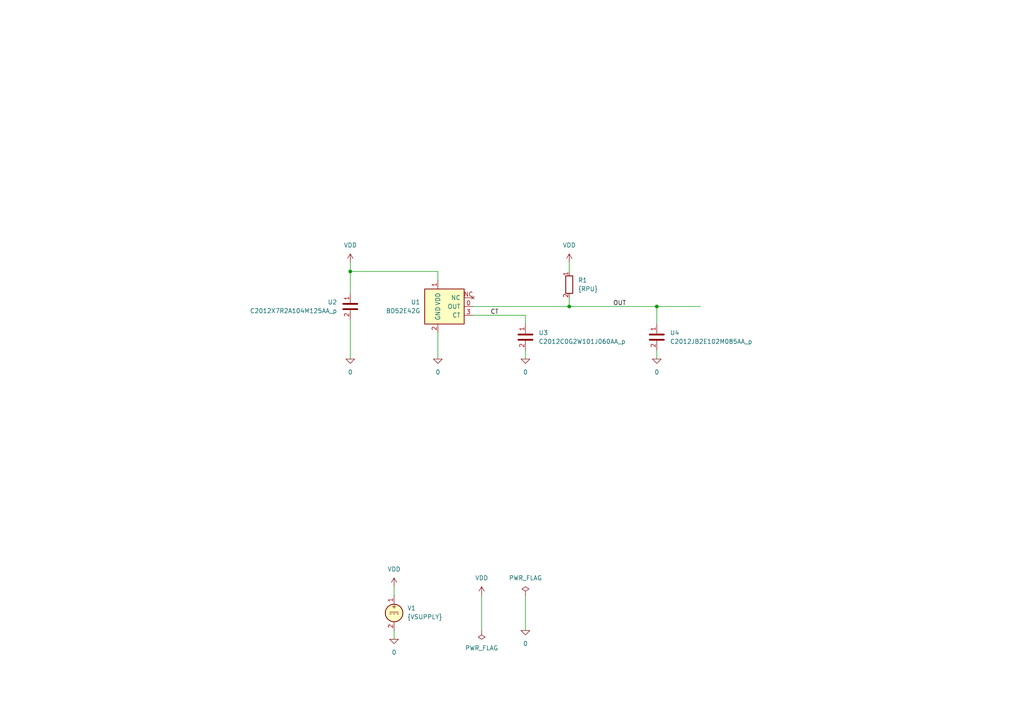
<source format=kicad_sch>
(kicad_sch
	(version 20231120)
	(generator "eeschema")
	(generator_version "8.0")
	(uuid "18aab5d5-8e59-47fc-a33d-e6952da23d6f")
	(paper "A4")
	(title_block
		(title "4.2V, Open Drain Output Type, Adjustable Delay Voltage Detector")
		(date "2024-12-28")
		(rev "2")
		(company "astroelectronic@")
		(comment 1 "-")
		(comment 2 "-")
		(comment 3 "-")
		(comment 4 "AE01002242")
	)
	(lib_symbols
		(symbol "BD52E42G:0"
			(power)
			(pin_names
				(offset 0)
			)
			(exclude_from_sim no)
			(in_bom yes)
			(on_board yes)
			(property "Reference" "#GND"
				(at 0 -2.54 0)
				(effects
					(font
						(size 1.27 1.27)
					)
					(hide yes)
				)
			)
			(property "Value" "0"
				(at 0 -1.778 0)
				(effects
					(font
						(size 1.27 1.27)
					)
				)
			)
			(property "Footprint" ""
				(at 0 0 0)
				(effects
					(font
						(size 1.27 1.27)
					)
					(hide yes)
				)
			)
			(property "Datasheet" "~"
				(at 0 0 0)
				(effects
					(font
						(size 1.27 1.27)
					)
					(hide yes)
				)
			)
			(property "Description" "0V reference potential for simulation"
				(at 0 0 0)
				(effects
					(font
						(size 1.27 1.27)
					)
					(hide yes)
				)
			)
			(property "ki_keywords" "simulation"
				(at 0 0 0)
				(effects
					(font
						(size 1.27 1.27)
					)
					(hide yes)
				)
			)
			(symbol "0_0_1"
				(polyline
					(pts
						(xy -1.27 0) (xy 0 -1.27) (xy 1.27 0) (xy -1.27 0)
					)
					(stroke
						(width 0)
						(type default)
					)
					(fill
						(type none)
					)
				)
			)
			(symbol "0_1_1"
				(pin power_in line
					(at 0 0 0)
					(length 0) hide
					(name "0"
						(effects
							(font
								(size 1.016 1.016)
							)
						)
					)
					(number "1"
						(effects
							(font
								(size 1.016 1.016)
							)
						)
					)
				)
			)
		)
		(symbol "BD52E42G:BD52E42G"
			(pin_names
				(offset 1.016)
			)
			(exclude_from_sim no)
			(in_bom yes)
			(on_board yes)
			(property "Reference" "U"
				(at -3.81 6.35 0)
				(effects
					(font
						(size 1.27 1.27)
					)
					(justify left)
				)
			)
			(property "Value" "BD52E42G"
				(at -5.08 0 90)
				(effects
					(font
						(size 1.27 1.27)
					)
				)
			)
			(property "Footprint" ""
				(at 0 -12.7 0)
				(effects
					(font
						(size 1.27 1.27)
					)
					(hide yes)
				)
			)
			(property "Datasheet" "https://fscdn.rohm.com/en/products/databook/datasheet/ic/power/voltage_detector/bd52exxg-e.pdf"
				(at 0 -15.24 0)
				(effects
					(font
						(size 1.27 1.27)
					)
					(hide yes)
				)
			)
			(property "Description" "Standard CMOS Voltage Detector IC, Open Drain Output, SSOP5. Simulation model."
				(at 0 0 0)
				(effects
					(font
						(size 1.27 1.27)
					)
					(hide yes)
				)
			)
			(property "ki_keywords" "voltage detector open drain SSOP5"
				(at 0 0 0)
				(effects
					(font
						(size 1.27 1.27)
					)
					(hide yes)
				)
			)
			(property "ki_fp_filters" "*SOT-23*5*"
				(at 0 0 0)
				(effects
					(font
						(size 1.27 1.27)
					)
					(hide yes)
				)
			)
			(symbol "BD52E42G_1_1"
				(rectangle
					(start -3.81 5.08)
					(end 7.62 -5.08)
					(stroke
						(width 0.254)
						(type default)
					)
					(fill
						(type background)
					)
				)
				(pin passive line
					(at 10.16 0 180)
					(length 2.54)
					(name "OUT"
						(effects
							(font
								(size 1.27 1.27)
							)
						)
					)
					(number "0"
						(effects
							(font
								(size 1.27 1.27)
							)
						)
					)
				)
				(pin passive line
					(at 0 7.62 270)
					(length 2.54)
					(name "VDD"
						(effects
							(font
								(size 1.27 1.27)
							)
						)
					)
					(number "1"
						(effects
							(font
								(size 1.27 1.27)
							)
						)
					)
				)
				(pin passive line
					(at 0 -7.62 90)
					(length 2.54)
					(name "GND"
						(effects
							(font
								(size 1.27 1.27)
							)
						)
					)
					(number "2"
						(effects
							(font
								(size 1.27 1.27)
							)
						)
					)
				)
				(pin passive line
					(at 10.16 -2.54 180)
					(length 2.54)
					(name "CT"
						(effects
							(font
								(size 1.27 1.27)
							)
						)
					)
					(number "3"
						(effects
							(font
								(size 1.27 1.27)
							)
						)
					)
				)
				(pin no_connect line
					(at 10.16 2.54 180)
					(length 2.54)
					(name "NC"
						(effects
							(font
								(size 1.27 1.27)
							)
						)
					)
					(number "NC"
						(effects
							(font
								(size 1.27 1.27)
							)
						)
					)
				)
			)
		)
		(symbol "BD52E42G:C"
			(pin_names
				(offset 0.254) hide)
			(exclude_from_sim no)
			(in_bom yes)
			(on_board yes)
			(property "Reference" "C"
				(at 0.635 2.54 0)
				(effects
					(font
						(size 1.27 1.27)
					)
					(justify left)
				)
			)
			(property "Value" "C"
				(at 0.635 -2.54 0)
				(effects
					(font
						(size 1.27 1.27)
					)
					(justify left)
				)
			)
			(property "Footprint" ""
				(at 0.9652 -3.81 0)
				(effects
					(font
						(size 1.27 1.27)
					)
					(hide yes)
				)
			)
			(property "Datasheet" "~"
				(at 0 0 0)
				(effects
					(font
						(size 1.27 1.27)
					)
					(hide yes)
				)
			)
			(property "Description" "Unpolarized capacitor"
				(at 0 0 0)
				(effects
					(font
						(size 1.27 1.27)
					)
					(hide yes)
				)
			)
			(property "ki_keywords" "cap capacitor"
				(at 0 0 0)
				(effects
					(font
						(size 1.27 1.27)
					)
					(hide yes)
				)
			)
			(property "ki_fp_filters" "C_*"
				(at 0 0 0)
				(effects
					(font
						(size 1.27 1.27)
					)
					(hide yes)
				)
			)
			(symbol "C_0_1"
				(polyline
					(pts
						(xy -2.032 -0.762) (xy 2.032 -0.762)
					)
					(stroke
						(width 0.508)
						(type default)
					)
					(fill
						(type none)
					)
				)
				(polyline
					(pts
						(xy -2.032 0.762) (xy 2.032 0.762)
					)
					(stroke
						(width 0.508)
						(type default)
					)
					(fill
						(type none)
					)
				)
			)
			(symbol "C_1_1"
				(pin passive line
					(at 0 3.81 270)
					(length 2.794)
					(name "~"
						(effects
							(font
								(size 1.27 1.27)
							)
						)
					)
					(number "1"
						(effects
							(font
								(size 1.27 1.27)
							)
						)
					)
				)
				(pin passive line
					(at 0 -3.81 90)
					(length 2.794)
					(name "~"
						(effects
							(font
								(size 1.27 1.27)
							)
						)
					)
					(number "2"
						(effects
							(font
								(size 1.27 1.27)
							)
						)
					)
				)
			)
		)
		(symbol "BD52E42G:PWR_FLAG"
			(power)
			(pin_numbers hide)
			(pin_names
				(offset 0) hide)
			(exclude_from_sim no)
			(in_bom yes)
			(on_board yes)
			(property "Reference" "#FLG"
				(at 0 1.905 0)
				(effects
					(font
						(size 1.27 1.27)
					)
					(hide yes)
				)
			)
			(property "Value" "PWR_FLAG"
				(at 0 3.81 0)
				(effects
					(font
						(size 1.27 1.27)
					)
				)
			)
			(property "Footprint" ""
				(at 0 0 0)
				(effects
					(font
						(size 1.27 1.27)
					)
					(hide yes)
				)
			)
			(property "Datasheet" "~"
				(at 0 0 0)
				(effects
					(font
						(size 1.27 1.27)
					)
					(hide yes)
				)
			)
			(property "Description" "Special symbol for telling ERC where power comes from"
				(at 0 0 0)
				(effects
					(font
						(size 1.27 1.27)
					)
					(hide yes)
				)
			)
			(property "ki_keywords" "flag power"
				(at 0 0 0)
				(effects
					(font
						(size 1.27 1.27)
					)
					(hide yes)
				)
			)
			(symbol "PWR_FLAG_0_0"
				(pin power_out line
					(at 0 0 90)
					(length 0)
					(name "pwr"
						(effects
							(font
								(size 1.27 1.27)
							)
						)
					)
					(number "1"
						(effects
							(font
								(size 1.27 1.27)
							)
						)
					)
				)
			)
			(symbol "PWR_FLAG_0_1"
				(polyline
					(pts
						(xy 0 0) (xy 0 1.27) (xy -1.016 1.905) (xy 0 2.54) (xy 1.016 1.905) (xy 0 1.27)
					)
					(stroke
						(width 0)
						(type default)
					)
					(fill
						(type none)
					)
				)
			)
		)
		(symbol "BD52E42G:R"
			(pin_names
				(offset 0) hide)
			(exclude_from_sim no)
			(in_bom yes)
			(on_board yes)
			(property "Reference" "R"
				(at 2.032 0 90)
				(effects
					(font
						(size 1.27 1.27)
					)
				)
			)
			(property "Value" "R"
				(at 0 0 90)
				(effects
					(font
						(size 1.27 1.27)
					)
				)
			)
			(property "Footprint" ""
				(at -1.778 0 90)
				(effects
					(font
						(size 1.27 1.27)
					)
					(hide yes)
				)
			)
			(property "Datasheet" "~"
				(at 0 0 0)
				(effects
					(font
						(size 1.27 1.27)
					)
					(hide yes)
				)
			)
			(property "Description" "Resistor"
				(at 0 0 0)
				(effects
					(font
						(size 1.27 1.27)
					)
					(hide yes)
				)
			)
			(property "ki_keywords" "R res resistor"
				(at 0 0 0)
				(effects
					(font
						(size 1.27 1.27)
					)
					(hide yes)
				)
			)
			(property "ki_fp_filters" "R_*"
				(at 0 0 0)
				(effects
					(font
						(size 1.27 1.27)
					)
					(hide yes)
				)
			)
			(symbol "R_0_1"
				(rectangle
					(start -1.016 -2.54)
					(end 1.016 2.54)
					(stroke
						(width 0.254)
						(type default)
					)
					(fill
						(type none)
					)
				)
			)
			(symbol "R_1_1"
				(pin passive line
					(at 0 3.81 270)
					(length 1.27)
					(name "~"
						(effects
							(font
								(size 1.27 1.27)
							)
						)
					)
					(number "1"
						(effects
							(font
								(size 1.27 1.27)
							)
						)
					)
				)
				(pin passive line
					(at 0 -3.81 90)
					(length 1.27)
					(name "~"
						(effects
							(font
								(size 1.27 1.27)
							)
						)
					)
					(number "2"
						(effects
							(font
								(size 1.27 1.27)
							)
						)
					)
				)
			)
		)
		(symbol "BD52E42G:VDC"
			(pin_names
				(offset 0.0254) hide)
			(exclude_from_sim no)
			(in_bom yes)
			(on_board yes)
			(property "Reference" "V"
				(at 2.54 2.54 0)
				(effects
					(font
						(size 1.27 1.27)
					)
					(justify left)
				)
			)
			(property "Value" "1"
				(at 2.54 0 0)
				(effects
					(font
						(size 1.27 1.27)
					)
					(justify left)
				)
			)
			(property "Footprint" ""
				(at 0 0 0)
				(effects
					(font
						(size 1.27 1.27)
					)
					(hide yes)
				)
			)
			(property "Datasheet" "~"
				(at 0 0 0)
				(effects
					(font
						(size 1.27 1.27)
					)
					(hide yes)
				)
			)
			(property "Description" "Voltage source, DC"
				(at 0 0 0)
				(effects
					(font
						(size 1.27 1.27)
					)
					(hide yes)
				)
			)
			(property "Sim.Pins" "1=+ 2=-"
				(at 0 0 0)
				(effects
					(font
						(size 1.27 1.27)
					)
					(hide yes)
				)
			)
			(property "Sim.Type" "DC"
				(at 0 0 0)
				(effects
					(font
						(size 1.27 1.27)
					)
					(hide yes)
				)
			)
			(property "Sim.Device" "V"
				(at 0 0 0)
				(effects
					(font
						(size 1.27 1.27)
					)
					(justify left)
					(hide yes)
				)
			)
			(property "Spice_Netlist_Enabled" "Y"
				(at 0 0 0)
				(effects
					(font
						(size 1.27 1.27)
					)
					(justify left)
					(hide yes)
				)
			)
			(property "ki_keywords" "simulation"
				(at 0 0 0)
				(effects
					(font
						(size 1.27 1.27)
					)
					(hide yes)
				)
			)
			(symbol "VDC_0_0"
				(polyline
					(pts
						(xy -1.27 0.254) (xy 1.27 0.254)
					)
					(stroke
						(width 0)
						(type default)
					)
					(fill
						(type none)
					)
				)
				(polyline
					(pts
						(xy -0.762 -0.254) (xy -1.27 -0.254)
					)
					(stroke
						(width 0)
						(type default)
					)
					(fill
						(type none)
					)
				)
				(polyline
					(pts
						(xy 0.254 -0.254) (xy -0.254 -0.254)
					)
					(stroke
						(width 0)
						(type default)
					)
					(fill
						(type none)
					)
				)
				(polyline
					(pts
						(xy 1.27 -0.254) (xy 0.762 -0.254)
					)
					(stroke
						(width 0)
						(type default)
					)
					(fill
						(type none)
					)
				)
				(text "+"
					(at 0 1.905 0)
					(effects
						(font
							(size 1.27 1.27)
						)
					)
				)
			)
			(symbol "VDC_0_1"
				(circle
					(center 0 0)
					(radius 2.54)
					(stroke
						(width 0.254)
						(type default)
					)
					(fill
						(type background)
					)
				)
			)
			(symbol "VDC_1_1"
				(pin passive line
					(at 0 5.08 270)
					(length 2.54)
					(name "~"
						(effects
							(font
								(size 1.27 1.27)
							)
						)
					)
					(number "1"
						(effects
							(font
								(size 1.27 1.27)
							)
						)
					)
				)
				(pin passive line
					(at 0 -5.08 90)
					(length 2.54)
					(name "~"
						(effects
							(font
								(size 1.27 1.27)
							)
						)
					)
					(number "2"
						(effects
							(font
								(size 1.27 1.27)
							)
						)
					)
				)
			)
		)
		(symbol "BD52E42G:VDD"
			(power)
			(pin_names
				(offset 0)
			)
			(exclude_from_sim no)
			(in_bom yes)
			(on_board yes)
			(property "Reference" "#PWR"
				(at 0 -3.81 0)
				(effects
					(font
						(size 1.27 1.27)
					)
					(hide yes)
				)
			)
			(property "Value" "VDD"
				(at 0 3.81 0)
				(effects
					(font
						(size 1.27 1.27)
					)
				)
			)
			(property "Footprint" ""
				(at 0 0 0)
				(effects
					(font
						(size 1.27 1.27)
					)
					(hide yes)
				)
			)
			(property "Datasheet" ""
				(at 0 0 0)
				(effects
					(font
						(size 1.27 1.27)
					)
					(hide yes)
				)
			)
			(property "Description" "Power symbol creates a global label with name \"VDD\""
				(at 0 0 0)
				(effects
					(font
						(size 1.27 1.27)
					)
					(hide yes)
				)
			)
			(property "ki_keywords" "global power"
				(at 0 0 0)
				(effects
					(font
						(size 1.27 1.27)
					)
					(hide yes)
				)
			)
			(symbol "VDD_0_1"
				(polyline
					(pts
						(xy -0.762 1.27) (xy 0 2.54)
					)
					(stroke
						(width 0)
						(type default)
					)
					(fill
						(type none)
					)
				)
				(polyline
					(pts
						(xy 0 0) (xy 0 2.54)
					)
					(stroke
						(width 0)
						(type default)
					)
					(fill
						(type none)
					)
				)
				(polyline
					(pts
						(xy 0 2.54) (xy 0.762 1.27)
					)
					(stroke
						(width 0)
						(type default)
					)
					(fill
						(type none)
					)
				)
			)
			(symbol "VDD_1_1"
				(pin power_in line
					(at 0 0 90)
					(length 0) hide
					(name "VDD"
						(effects
							(font
								(size 1.27 1.27)
							)
						)
					)
					(number "1"
						(effects
							(font
								(size 1.27 1.27)
							)
						)
					)
				)
			)
		)
		(symbol "C_1"
			(pin_names
				(offset 0.254) hide)
			(exclude_from_sim no)
			(in_bom yes)
			(on_board yes)
			(property "Reference" "C"
				(at 0.635 2.54 0)
				(effects
					(font
						(size 1.27 1.27)
					)
					(justify left)
				)
			)
			(property "Value" "C"
				(at 0.635 -2.54 0)
				(effects
					(font
						(size 1.27 1.27)
					)
					(justify left)
				)
			)
			(property "Footprint" ""
				(at 0.9652 -3.81 0)
				(effects
					(font
						(size 1.27 1.27)
					)
					(hide yes)
				)
			)
			(property "Datasheet" "~"
				(at 0 0 0)
				(effects
					(font
						(size 1.27 1.27)
					)
					(hide yes)
				)
			)
			(property "Description" "Unpolarized capacitor"
				(at 0 0 0)
				(effects
					(font
						(size 1.27 1.27)
					)
					(hide yes)
				)
			)
			(property "ki_keywords" "cap capacitor"
				(at 0 0 0)
				(effects
					(font
						(size 1.27 1.27)
					)
					(hide yes)
				)
			)
			(property "ki_fp_filters" "C_*"
				(at 0 0 0)
				(effects
					(font
						(size 1.27 1.27)
					)
					(hide yes)
				)
			)
			(symbol "C_1_0_1"
				(polyline
					(pts
						(xy -2.032 -0.762) (xy 2.032 -0.762)
					)
					(stroke
						(width 0.508)
						(type default)
					)
					(fill
						(type none)
					)
				)
				(polyline
					(pts
						(xy -2.032 0.762) (xy 2.032 0.762)
					)
					(stroke
						(width 0.508)
						(type default)
					)
					(fill
						(type none)
					)
				)
			)
			(symbol "C_1_1_1"
				(pin passive line
					(at 0 3.81 270)
					(length 2.794)
					(name "~"
						(effects
							(font
								(size 1.27 1.27)
							)
						)
					)
					(number "1"
						(effects
							(font
								(size 1.27 1.27)
							)
						)
					)
				)
				(pin passive line
					(at 0 -3.81 90)
					(length 2.794)
					(name "~"
						(effects
							(font
								(size 1.27 1.27)
							)
						)
					)
					(number "2"
						(effects
							(font
								(size 1.27 1.27)
							)
						)
					)
				)
			)
		)
		(symbol "C_2"
			(pin_names
				(offset 0.254) hide)
			(exclude_from_sim no)
			(in_bom yes)
			(on_board yes)
			(property "Reference" "C"
				(at 0.635 2.54 0)
				(effects
					(font
						(size 1.27 1.27)
					)
					(justify left)
				)
			)
			(property "Value" "C"
				(at 0.635 -2.54 0)
				(effects
					(font
						(size 1.27 1.27)
					)
					(justify left)
				)
			)
			(property "Footprint" ""
				(at 0.9652 -3.81 0)
				(effects
					(font
						(size 1.27 1.27)
					)
					(hide yes)
				)
			)
			(property "Datasheet" "~"
				(at 0 0 0)
				(effects
					(font
						(size 1.27 1.27)
					)
					(hide yes)
				)
			)
			(property "Description" "Unpolarized capacitor"
				(at 0 0 0)
				(effects
					(font
						(size 1.27 1.27)
					)
					(hide yes)
				)
			)
			(property "ki_keywords" "cap capacitor"
				(at 0 0 0)
				(effects
					(font
						(size 1.27 1.27)
					)
					(hide yes)
				)
			)
			(property "ki_fp_filters" "C_*"
				(at 0 0 0)
				(effects
					(font
						(size 1.27 1.27)
					)
					(hide yes)
				)
			)
			(symbol "C_2_0_1"
				(polyline
					(pts
						(xy -2.032 -0.762) (xy 2.032 -0.762)
					)
					(stroke
						(width 0.508)
						(type default)
					)
					(fill
						(type none)
					)
				)
				(polyline
					(pts
						(xy -2.032 0.762) (xy 2.032 0.762)
					)
					(stroke
						(width 0.508)
						(type default)
					)
					(fill
						(type none)
					)
				)
			)
			(symbol "C_2_1_1"
				(pin passive line
					(at 0 3.81 270)
					(length 2.794)
					(name "~"
						(effects
							(font
								(size 1.27 1.27)
							)
						)
					)
					(number "1"
						(effects
							(font
								(size 1.27 1.27)
							)
						)
					)
				)
				(pin passive line
					(at 0 -3.81 90)
					(length 2.794)
					(name "~"
						(effects
							(font
								(size 1.27 1.27)
							)
						)
					)
					(number "2"
						(effects
							(font
								(size 1.27 1.27)
							)
						)
					)
				)
			)
		)
	)
	(junction
		(at 190.5 88.9)
		(diameter 0)
		(color 0 0 0 0)
		(uuid "5dbdb6ad-1b8b-4e23-aa0f-c112cd7500de")
	)
	(junction
		(at 165.1 88.9)
		(diameter 0)
		(color 0 0 0 0)
		(uuid "ee3acb1a-1b75-49d2-994d-a1cdbb44d4c1")
	)
	(junction
		(at 101.6 78.74)
		(diameter 0)
		(color 0 0 0 0)
		(uuid "fedca39f-1110-43ff-896d-712d1502a007")
	)
	(wire
		(pts
			(xy 152.4 93.98) (xy 152.4 91.44)
		)
		(stroke
			(width 0)
			(type default)
		)
		(uuid "00b2991b-1331-4938-9c79-c376bb8f6a0d")
	)
	(wire
		(pts
			(xy 190.5 88.9) (xy 203.2 88.9)
		)
		(stroke
			(width 0)
			(type default)
		)
		(uuid "1afd430e-7378-4a7b-914e-e66ec15b3e14")
	)
	(wire
		(pts
			(xy 101.6 78.74) (xy 127 78.74)
		)
		(stroke
			(width 0)
			(type default)
		)
		(uuid "1c73bbda-1a6e-4eaa-b813-372ba8a0af2c")
	)
	(wire
		(pts
			(xy 127 96.52) (xy 127 104.14)
		)
		(stroke
			(width 0)
			(type default)
		)
		(uuid "2c7b67b5-baad-4a15-b544-5dcb3a0e1820")
	)
	(wire
		(pts
			(xy 101.6 92.71) (xy 101.6 104.14)
		)
		(stroke
			(width 0)
			(type default)
		)
		(uuid "3f81e043-3dca-41a2-af99-88b5d9d1efbf")
	)
	(wire
		(pts
			(xy 152.4 101.6) (xy 152.4 104.14)
		)
		(stroke
			(width 0)
			(type default)
		)
		(uuid "45c51f9e-1248-4932-8a99-66f8ced10606")
	)
	(wire
		(pts
			(xy 190.5 101.6) (xy 190.5 104.14)
		)
		(stroke
			(width 0)
			(type default)
		)
		(uuid "52e6f25d-4787-40ea-bee6-14a8475a48a5")
	)
	(wire
		(pts
			(xy 165.1 76.2) (xy 165.1 78.74)
		)
		(stroke
			(width 0)
			(type default)
		)
		(uuid "59d67c37-f654-4d04-ac47-ece6bbfeb791")
	)
	(wire
		(pts
			(xy 114.3 182.88) (xy 114.3 185.42)
		)
		(stroke
			(width 0)
			(type default)
		)
		(uuid "6840a4c1-03c3-4367-a3ba-f8c29c057d85")
	)
	(wire
		(pts
			(xy 127 78.74) (xy 127 81.28)
		)
		(stroke
			(width 0)
			(type default)
		)
		(uuid "77e62604-16de-4268-a105-22a86ec03634")
	)
	(wire
		(pts
			(xy 152.4 172.72) (xy 152.4 182.88)
		)
		(stroke
			(width 0)
			(type default)
		)
		(uuid "84a316c7-d1e6-4304-89e9-be7e4498aee0")
	)
	(wire
		(pts
			(xy 152.4 91.44) (xy 137.16 91.44)
		)
		(stroke
			(width 0)
			(type default)
		)
		(uuid "8c9e9606-e959-4e60-ac44-47d3b2600bdc")
	)
	(wire
		(pts
			(xy 165.1 88.9) (xy 190.5 88.9)
		)
		(stroke
			(width 0)
			(type default)
		)
		(uuid "9037c80e-6801-487b-a324-cb06e1df700d")
	)
	(wire
		(pts
			(xy 137.16 88.9) (xy 165.1 88.9)
		)
		(stroke
			(width 0)
			(type default)
		)
		(uuid "93b9b349-8276-4d1b-858d-fb159c585e6a")
	)
	(wire
		(pts
			(xy 101.6 85.09) (xy 101.6 78.74)
		)
		(stroke
			(width 0)
			(type default)
		)
		(uuid "93fb5a8c-79df-47f1-b926-86d223761a14")
	)
	(wire
		(pts
			(xy 165.1 86.36) (xy 165.1 88.9)
		)
		(stroke
			(width 0)
			(type default)
		)
		(uuid "94b836f1-2477-4777-8d9d-64769cc9c3de")
	)
	(wire
		(pts
			(xy 139.7 172.72) (xy 139.7 182.88)
		)
		(stroke
			(width 0)
			(type default)
		)
		(uuid "9baab9d6-53de-427b-8d70-29359acfcd63")
	)
	(wire
		(pts
			(xy 101.6 76.2) (xy 101.6 78.74)
		)
		(stroke
			(width 0)
			(type default)
		)
		(uuid "acc1a2d0-59de-4f71-93b6-0dd66aa6a834")
	)
	(wire
		(pts
			(xy 190.5 93.98) (xy 190.5 88.9)
		)
		(stroke
			(width 0)
			(type default)
		)
		(uuid "c8f49b77-3fd6-4c82-8974-b9975c6c1bc7")
	)
	(wire
		(pts
			(xy 114.3 170.18) (xy 114.3 172.72)
		)
		(stroke
			(width 0)
			(type default)
		)
		(uuid "e951d56e-4ced-44ed-a87b-58d42df22f0d")
	)
	(label "OUT"
		(at 177.8 88.9 0)
		(fields_autoplaced yes)
		(effects
			(font
				(size 1.27 1.27)
			)
			(justify left bottom)
		)
		(uuid "639db350-00e4-4410-bb7e-4b9fae8e635d")
	)
	(label "CT"
		(at 142.24 91.44 0)
		(fields_autoplaced yes)
		(effects
			(font
				(size 1.27 1.27)
			)
			(justify left bottom)
		)
		(uuid "f3c88d76-1192-41f2-a9cd-7ae08645beea")
	)
	(symbol
		(lib_id "BD52E42G:0")
		(at 152.4 182.88 0)
		(unit 1)
		(exclude_from_sim no)
		(in_bom yes)
		(on_board yes)
		(dnp no)
		(fields_autoplaced yes)
		(uuid "10263f84-86ec-4823-80cd-f21777063b8e")
		(property "Reference" "#GND05"
			(at 152.4 185.42 0)
			(effects
				(font
					(size 1.27 1.27)
				)
				(hide yes)
			)
		)
		(property "Value" "0"
			(at 152.4 186.69 0)
			(effects
				(font
					(size 1.27 1.27)
				)
			)
		)
		(property "Footprint" ""
			(at 152.4 182.88 0)
			(effects
				(font
					(size 1.27 1.27)
				)
				(hide yes)
			)
		)
		(property "Datasheet" "~"
			(at 152.4 182.88 0)
			(effects
				(font
					(size 1.27 1.27)
				)
				(hide yes)
			)
		)
		(property "Description" ""
			(at 152.4 182.88 0)
			(effects
				(font
					(size 1.27 1.27)
				)
				(hide yes)
			)
		)
		(pin "1"
			(uuid "85fd486b-07b2-4552-82a3-87ba20e8ea99")
		)
		(instances
			(project ""
				(path "/18aab5d5-8e59-47fc-a33d-e6952da23d6f"
					(reference "#GND05")
					(unit 1)
				)
			)
		)
	)
	(symbol
		(lib_id "BD52E42G:0")
		(at 114.3 185.42 0)
		(unit 1)
		(exclude_from_sim no)
		(in_bom yes)
		(on_board yes)
		(dnp no)
		(fields_autoplaced yes)
		(uuid "1aaa46dc-a788-450c-a95d-e239c90c3625")
		(property "Reference" "#GND02"
			(at 114.3 187.96 0)
			(effects
				(font
					(size 1.27 1.27)
				)
				(hide yes)
			)
		)
		(property "Value" "0"
			(at 114.3 189.23 0)
			(effects
				(font
					(size 1.27 1.27)
				)
			)
		)
		(property "Footprint" ""
			(at 114.3 185.42 0)
			(effects
				(font
					(size 1.27 1.27)
				)
				(hide yes)
			)
		)
		(property "Datasheet" "~"
			(at 114.3 185.42 0)
			(effects
				(font
					(size 1.27 1.27)
				)
				(hide yes)
			)
		)
		(property "Description" ""
			(at 114.3 185.42 0)
			(effects
				(font
					(size 1.27 1.27)
				)
				(hide yes)
			)
		)
		(pin "1"
			(uuid "2304e6d7-f162-4e7c-b2bb-aaf138311c54")
		)
		(instances
			(project ""
				(path "/18aab5d5-8e59-47fc-a33d-e6952da23d6f"
					(reference "#GND02")
					(unit 1)
				)
			)
		)
	)
	(symbol
		(lib_id "BD52E42G:PWR_FLAG")
		(at 152.4 172.72 0)
		(unit 1)
		(exclude_from_sim no)
		(in_bom yes)
		(on_board yes)
		(dnp no)
		(fields_autoplaced yes)
		(uuid "22dca165-131d-4d2d-a077-2ae9a213c5e7")
		(property "Reference" "#FLG02"
			(at 152.4 170.815 0)
			(effects
				(font
					(size 1.27 1.27)
				)
				(hide yes)
			)
		)
		(property "Value" "PWR_FLAG"
			(at 152.4 167.64 0)
			(effects
				(font
					(size 1.27 1.27)
				)
			)
		)
		(property "Footprint" ""
			(at 152.4 172.72 0)
			(effects
				(font
					(size 1.27 1.27)
				)
				(hide yes)
			)
		)
		(property "Datasheet" "~"
			(at 152.4 172.72 0)
			(effects
				(font
					(size 1.27 1.27)
				)
				(hide yes)
			)
		)
		(property "Description" ""
			(at 152.4 172.72 0)
			(effects
				(font
					(size 1.27 1.27)
				)
				(hide yes)
			)
		)
		(pin "1"
			(uuid "891d352a-6ae6-475a-ac33-fcf8c8759372")
		)
		(instances
			(project ""
				(path "/18aab5d5-8e59-47fc-a33d-e6952da23d6f"
					(reference "#FLG02")
					(unit 1)
				)
			)
		)
	)
	(symbol
		(lib_name "C_1")
		(lib_id "BD52E42G:C_1")
		(at 101.6 88.9 0)
		(unit 1)
		(exclude_from_sim no)
		(in_bom yes)
		(on_board yes)
		(dnp no)
		(fields_autoplaced yes)
		(uuid "3e044022-43d0-4854-afa7-88d2712afd06")
		(property "Reference" "U2"
			(at 97.79 87.6299 0)
			(effects
				(font
					(size 1.27 1.27)
				)
				(justify right)
			)
		)
		(property "Value" "C2012X7R2A104M125AA_p"
			(at 97.79 90.1699 0)
			(effects
				(font
					(size 1.27 1.27)
				)
				(justify right)
			)
		)
		(property "Footprint" ""
			(at 102.5652 92.71 0)
			(effects
				(font
					(size 1.27 1.27)
				)
				(hide yes)
			)
		)
		(property "Datasheet" "~"
			(at 101.6 88.9 0)
			(effects
				(font
					(size 1.27 1.27)
				)
				(hide yes)
			)
		)
		(property "Description" ""
			(at 101.6 88.9 0)
			(effects
				(font
					(size 1.27 1.27)
				)
				(hide yes)
			)
		)
		(property "Sim.Library" "models\\C2012X7R2A104M125AA_p.mod"
			(at 101.6 88.9 0)
			(effects
				(font
					(size 1.27 1.27)
				)
				(hide yes)
			)
		)
		(property "Sim.Name" "C2012X7R2A104M125AA_p"
			(at 101.6 88.9 0)
			(effects
				(font
					(size 1.27 1.27)
				)
				(hide yes)
			)
		)
		(property "Sim.Pins" "1=n1 2=n2"
			(at 0 -12.7 0)
			(effects
				(font
					(size 1.27 1.27)
				)
				(hide yes)
			)
		)
		(property "Sim.Device" "SUBCKT"
			(at 101.6 88.9 0)
			(effects
				(font
					(size 1.27 1.27)
				)
				(hide yes)
			)
		)
		(pin "1"
			(uuid "9a7959e3-906e-48b8-b97a-4f915d274ce5")
		)
		(pin "2"
			(uuid "8baf374c-a47b-42fe-b3f9-449fd7fa4e4b")
		)
		(instances
			(project ""
				(path "/18aab5d5-8e59-47fc-a33d-e6952da23d6f"
					(reference "U2")
					(unit 1)
				)
			)
		)
	)
	(symbol
		(lib_id "BD52E42G:VDD")
		(at 165.1 76.2 0)
		(unit 1)
		(exclude_from_sim no)
		(in_bom yes)
		(on_board yes)
		(dnp no)
		(fields_autoplaced yes)
		(uuid "53215deb-6717-4c83-a076-995c6ab2eb91")
		(property "Reference" "#PWR04"
			(at 165.1 80.01 0)
			(effects
				(font
					(size 1.27 1.27)
				)
				(hide yes)
			)
		)
		(property "Value" "VDD"
			(at 165.1 71.12 0)
			(effects
				(font
					(size 1.27 1.27)
				)
			)
		)
		(property "Footprint" ""
			(at 165.1 76.2 0)
			(effects
				(font
					(size 1.27 1.27)
				)
				(hide yes)
			)
		)
		(property "Datasheet" ""
			(at 165.1 76.2 0)
			(effects
				(font
					(size 1.27 1.27)
				)
				(hide yes)
			)
		)
		(property "Description" ""
			(at 165.1 76.2 0)
			(effects
				(font
					(size 1.27 1.27)
				)
				(hide yes)
			)
		)
		(pin "1"
			(uuid "08338266-8c6e-400b-8e18-a63076293dda")
		)
		(instances
			(project ""
				(path "/18aab5d5-8e59-47fc-a33d-e6952da23d6f"
					(reference "#PWR04")
					(unit 1)
				)
			)
		)
	)
	(symbol
		(lib_name "C_2")
		(lib_id "BD52E42G:C_2")
		(at 152.4 97.79 0)
		(unit 1)
		(exclude_from_sim no)
		(in_bom yes)
		(on_board yes)
		(dnp no)
		(fields_autoplaced yes)
		(uuid "54c5e9c5-669a-4afc-bc09-3042b3ab2881")
		(property "Reference" "U3"
			(at 156.21 96.5199 0)
			(effects
				(font
					(size 1.27 1.27)
				)
				(justify left)
			)
		)
		(property "Value" "C2012C0G2W101J060AA_p"
			(at 156.21 99.0599 0)
			(effects
				(font
					(size 1.27 1.27)
				)
				(justify left)
			)
		)
		(property "Footprint" ""
			(at 153.3652 101.6 0)
			(effects
				(font
					(size 1.27 1.27)
				)
				(hide yes)
			)
		)
		(property "Datasheet" "~"
			(at 152.4 97.79 0)
			(effects
				(font
					(size 1.27 1.27)
				)
				(hide yes)
			)
		)
		(property "Description" ""
			(at 152.4 97.79 0)
			(effects
				(font
					(size 1.27 1.27)
				)
				(hide yes)
			)
		)
		(property "Sim.Library" "models\\C2012C0G2W101J060AA_p.mod"
			(at 152.4 97.79 0)
			(effects
				(font
					(size 1.27 1.27)
				)
				(hide yes)
			)
		)
		(property "Sim.Name" "C2012C0G2W101J060AA_p"
			(at 152.4 97.79 0)
			(effects
				(font
					(size 1.27 1.27)
				)
				(hide yes)
			)
		)
		(property "Sim.Pins" "1=n1 2=n2"
			(at 0 -3.81 0)
			(effects
				(font
					(size 1.27 1.27)
				)
				(hide yes)
			)
		)
		(property "Sim.Device" "SUBCKT"
			(at 152.4 97.79 0)
			(effects
				(font
					(size 1.27 1.27)
				)
				(hide yes)
			)
		)
		(pin "1"
			(uuid "8609280e-2fa9-447b-9881-5d0ef94864de")
		)
		(pin "2"
			(uuid "801d5524-c009-4b6c-86f2-a982f5238bc7")
		)
		(instances
			(project ""
				(path "/18aab5d5-8e59-47fc-a33d-e6952da23d6f"
					(reference "U3")
					(unit 1)
				)
			)
		)
	)
	(symbol
		(lib_id "BD52E42G:BD52E42G")
		(at 127 88.9 0)
		(unit 1)
		(exclude_from_sim no)
		(in_bom yes)
		(on_board yes)
		(dnp no)
		(fields_autoplaced yes)
		(uuid "57ee6a39-155d-4a2c-aaac-947988167ab3")
		(property "Reference" "U1"
			(at 121.92 87.6299 0)
			(effects
				(font
					(size 1.27 1.27)
				)
				(justify right)
			)
		)
		(property "Value" "BD52E42G"
			(at 121.92 90.1699 0)
			(effects
				(font
					(size 1.27 1.27)
				)
				(justify right)
			)
		)
		(property "Footprint" ""
			(at 127 101.6 0)
			(effects
				(font
					(size 1.27 1.27)
				)
				(hide yes)
			)
		)
		(property "Datasheet" "https://fscdn.rohm.com/en/products/databook/datasheet/ic/power/voltage_detector/bd52exxg-e.pdf"
			(at 127 104.14 0)
			(effects
				(font
					(size 1.27 1.27)
				)
				(hide yes)
			)
		)
		(property "Description" ""
			(at 127 88.9 0)
			(effects
				(font
					(size 1.27 1.27)
				)
				(hide yes)
			)
		)
		(property "Sim.Library" "models\\BD52E42G.lib"
			(at 127 88.9 0)
			(effects
				(font
					(size 1.27 1.27)
				)
				(hide yes)
			)
		)
		(property "Sim.Name" "BD52E42G"
			(at 127 88.9 0)
			(effects
				(font
					(size 1.27 1.27)
				)
				(hide yes)
			)
		)
		(property "Sim.Pins" "0=VOUT 1=VDD 2=GND 3=CT NC=NC"
			(at 0 0 0)
			(effects
				(font
					(size 1.27 1.27)
				)
				(hide yes)
			)
		)
		(property "Sim.Device" "SUBCKT"
			(at 127 88.9 0)
			(effects
				(font
					(size 1.27 1.27)
				)
				(hide yes)
			)
		)
		(pin "0"
			(uuid "58a55e36-8db2-47ac-8c7f-5190fb4e7517")
		)
		(pin "1"
			(uuid "dfa478fd-72e1-48bb-9bb3-a0e11be1fab1")
		)
		(pin "2"
			(uuid "f93d8ac0-056b-43a4-b9a4-3e7d3146c589")
		)
		(pin "3"
			(uuid "988efb2f-4750-4ef5-b93f-c8104ce9588f")
		)
		(pin "NC"
			(uuid "b5330346-d5d5-4a72-8bbf-ab0f29841d4e")
		)
		(instances
			(project ""
				(path "/18aab5d5-8e59-47fc-a33d-e6952da23d6f"
					(reference "U1")
					(unit 1)
				)
			)
		)
	)
	(symbol
		(lib_id "BD52E42G:0")
		(at 127 104.14 0)
		(unit 1)
		(exclude_from_sim no)
		(in_bom yes)
		(on_board yes)
		(dnp no)
		(fields_autoplaced yes)
		(uuid "6b5dd929-9af8-43f8-9205-fb607f5e8fa4")
		(property "Reference" "#GND03"
			(at 127 106.68 0)
			(effects
				(font
					(size 1.27 1.27)
				)
				(hide yes)
			)
		)
		(property "Value" "0"
			(at 127 107.95 0)
			(effects
				(font
					(size 1.27 1.27)
				)
			)
		)
		(property "Footprint" ""
			(at 127 104.14 0)
			(effects
				(font
					(size 1.27 1.27)
				)
				(hide yes)
			)
		)
		(property "Datasheet" "~"
			(at 127 104.14 0)
			(effects
				(font
					(size 1.27 1.27)
				)
				(hide yes)
			)
		)
		(property "Description" ""
			(at 127 104.14 0)
			(effects
				(font
					(size 1.27 1.27)
				)
				(hide yes)
			)
		)
		(pin "1"
			(uuid "2da5897d-1788-4e0b-89c8-16d515fb8031")
		)
		(instances
			(project ""
				(path "/18aab5d5-8e59-47fc-a33d-e6952da23d6f"
					(reference "#GND03")
					(unit 1)
				)
			)
		)
	)
	(symbol
		(lib_id "BD52E42G:PWR_FLAG")
		(at 139.7 182.88 180)
		(unit 1)
		(exclude_from_sim no)
		(in_bom yes)
		(on_board yes)
		(dnp no)
		(fields_autoplaced yes)
		(uuid "77b571b9-e8fe-44d6-9eb7-0930272518a4")
		(property "Reference" "#FLG01"
			(at 139.7 184.785 0)
			(effects
				(font
					(size 1.27 1.27)
				)
				(hide yes)
			)
		)
		(property "Value" "PWR_FLAG"
			(at 139.7 187.96 0)
			(effects
				(font
					(size 1.27 1.27)
				)
			)
		)
		(property "Footprint" ""
			(at 139.7 182.88 0)
			(effects
				(font
					(size 1.27 1.27)
				)
				(hide yes)
			)
		)
		(property "Datasheet" "~"
			(at 139.7 182.88 0)
			(effects
				(font
					(size 1.27 1.27)
				)
				(hide yes)
			)
		)
		(property "Description" ""
			(at 139.7 182.88 0)
			(effects
				(font
					(size 1.27 1.27)
				)
				(hide yes)
			)
		)
		(pin "1"
			(uuid "e3b38eb7-17ed-4f54-850c-4385825d15b8")
		)
		(instances
			(project ""
				(path "/18aab5d5-8e59-47fc-a33d-e6952da23d6f"
					(reference "#FLG01")
					(unit 1)
				)
			)
		)
	)
	(symbol
		(lib_id "BD52E42G:VDD")
		(at 114.3 170.18 0)
		(unit 1)
		(exclude_from_sim no)
		(in_bom yes)
		(on_board yes)
		(dnp no)
		(fields_autoplaced yes)
		(uuid "7c09399f-8d37-44bf-b588-3aa98fb6af31")
		(property "Reference" "#PWR02"
			(at 114.3 173.99 0)
			(effects
				(font
					(size 1.27 1.27)
				)
				(hide yes)
			)
		)
		(property "Value" "VDD"
			(at 114.3 165.1 0)
			(effects
				(font
					(size 1.27 1.27)
				)
			)
		)
		(property "Footprint" ""
			(at 114.3 170.18 0)
			(effects
				(font
					(size 1.27 1.27)
				)
				(hide yes)
			)
		)
		(property "Datasheet" ""
			(at 114.3 170.18 0)
			(effects
				(font
					(size 1.27 1.27)
				)
				(hide yes)
			)
		)
		(property "Description" ""
			(at 114.3 170.18 0)
			(effects
				(font
					(size 1.27 1.27)
				)
				(hide yes)
			)
		)
		(pin "1"
			(uuid "486959cb-2c29-4846-a17c-0685aba0d2dc")
		)
		(instances
			(project ""
				(path "/18aab5d5-8e59-47fc-a33d-e6952da23d6f"
					(reference "#PWR02")
					(unit 1)
				)
			)
		)
	)
	(symbol
		(lib_name "BD52E42G:VDC")
		(lib_id "BD52E42G:VDC")
		(at 114.3 177.8 0)
		(unit 1)
		(exclude_from_sim no)
		(in_bom yes)
		(on_board yes)
		(dnp no)
		(fields_autoplaced yes)
		(uuid "92c31f17-b812-4bea-bf0e-9af7347d2a5a")
		(property "Reference" "V1"
			(at 118.11 176.4001 0)
			(effects
				(font
					(size 1.27 1.27)
				)
				(justify left)
			)
		)
		(property "Value" "{VSUPPLY}"
			(at 118.11 178.9401 0)
			(effects
				(font
					(size 1.27 1.27)
				)
				(justify left)
			)
		)
		(property "Footprint" ""
			(at 114.3 177.8 0)
			(effects
				(font
					(size 1.27 1.27)
				)
				(hide yes)
			)
		)
		(property "Datasheet" "~"
			(at 114.3 177.8 0)
			(effects
				(font
					(size 1.27 1.27)
				)
				(hide yes)
			)
		)
		(property "Description" ""
			(at 114.3 177.8 0)
			(effects
				(font
					(size 1.27 1.27)
				)
				(hide yes)
			)
		)
		(property "Sim.Device" "SPICE"
			(at 114.3 177.8 0)
			(effects
				(font
					(size 1.27 1.27)
				)
				(justify left)
				(hide yes)
			)
		)
		(property "Sim.Params" "type=\"V\" model=\"{VSUPPLY}\" lib=\"\""
			(at 0 0 0)
			(effects
				(font
					(size 1.27 1.27)
				)
				(hide yes)
			)
		)
		(property "Sim.Pins" "1=1 2=2"
			(at 0 0 0)
			(effects
				(font
					(size 1.27 1.27)
				)
				(hide yes)
			)
		)
		(pin "1"
			(uuid "fda57abd-76a7-44fe-b20b-0c9f6163974b")
		)
		(pin "2"
			(uuid "4715b854-12c4-4736-976a-fc5ed61231dd")
		)
		(instances
			(project ""
				(path "/18aab5d5-8e59-47fc-a33d-e6952da23d6f"
					(reference "V1")
					(unit 1)
				)
			)
		)
	)
	(symbol
		(lib_id "BD52E42G:0")
		(at 152.4 104.14 0)
		(unit 1)
		(exclude_from_sim no)
		(in_bom yes)
		(on_board yes)
		(dnp no)
		(fields_autoplaced yes)
		(uuid "97064d58-c7d5-49b3-9c3c-144e2b8d6867")
		(property "Reference" "#GND04"
			(at 152.4 106.68 0)
			(effects
				(font
					(size 1.27 1.27)
				)
				(hide yes)
			)
		)
		(property "Value" "0"
			(at 152.4 107.95 0)
			(effects
				(font
					(size 1.27 1.27)
				)
			)
		)
		(property "Footprint" ""
			(at 152.4 104.14 0)
			(effects
				(font
					(size 1.27 1.27)
				)
				(hide yes)
			)
		)
		(property "Datasheet" "~"
			(at 152.4 104.14 0)
			(effects
				(font
					(size 1.27 1.27)
				)
				(hide yes)
			)
		)
		(property "Description" ""
			(at 152.4 104.14 0)
			(effects
				(font
					(size 1.27 1.27)
				)
				(hide yes)
			)
		)
		(pin "1"
			(uuid "5118d8a7-4ea8-445c-bd9e-ad57c95619e0")
		)
		(instances
			(project ""
				(path "/18aab5d5-8e59-47fc-a33d-e6952da23d6f"
					(reference "#GND04")
					(unit 1)
				)
			)
		)
	)
	(symbol
		(lib_id "BD52E42G:VDD")
		(at 139.7 172.72 0)
		(unit 1)
		(exclude_from_sim no)
		(in_bom yes)
		(on_board yes)
		(dnp no)
		(fields_autoplaced yes)
		(uuid "9947a2c8-9ce7-4da3-a544-b354c339c62a")
		(property "Reference" "#PWR03"
			(at 139.7 176.53 0)
			(effects
				(font
					(size 1.27 1.27)
				)
				(hide yes)
			)
		)
		(property "Value" "VDD"
			(at 139.7 167.64 0)
			(effects
				(font
					(size 1.27 1.27)
				)
			)
		)
		(property "Footprint" ""
			(at 139.7 172.72 0)
			(effects
				(font
					(size 1.27 1.27)
				)
				(hide yes)
			)
		)
		(property "Datasheet" ""
			(at 139.7 172.72 0)
			(effects
				(font
					(size 1.27 1.27)
				)
				(hide yes)
			)
		)
		(property "Description" ""
			(at 139.7 172.72 0)
			(effects
				(font
					(size 1.27 1.27)
				)
				(hide yes)
			)
		)
		(pin "1"
			(uuid "4a2bc5eb-294c-44e7-bceb-6ca2a03ba781")
		)
		(instances
			(project ""
				(path "/18aab5d5-8e59-47fc-a33d-e6952da23d6f"
					(reference "#PWR03")
					(unit 1)
				)
			)
		)
	)
	(symbol
		(lib_id "BD52E42G:0")
		(at 190.5 104.14 0)
		(unit 1)
		(exclude_from_sim no)
		(in_bom yes)
		(on_board yes)
		(dnp no)
		(fields_autoplaced yes)
		(uuid "a26b95eb-bd01-4b30-b9a2-c7a3242332d5")
		(property "Reference" "#GND06"
			(at 190.5 106.68 0)
			(effects
				(font
					(size 1.27 1.27)
				)
				(hide yes)
			)
		)
		(property "Value" "0"
			(at 190.5 107.95 0)
			(effects
				(font
					(size 1.27 1.27)
				)
			)
		)
		(property "Footprint" ""
			(at 190.5 104.14 0)
			(effects
				(font
					(size 1.27 1.27)
				)
				(hide yes)
			)
		)
		(property "Datasheet" "~"
			(at 190.5 104.14 0)
			(effects
				(font
					(size 1.27 1.27)
				)
				(hide yes)
			)
		)
		(property "Description" ""
			(at 190.5 104.14 0)
			(effects
				(font
					(size 1.27 1.27)
				)
				(hide yes)
			)
		)
		(pin "1"
			(uuid "b77be61b-b8c4-4990-b4b3-6fc264f27712")
		)
		(instances
			(project ""
				(path "/18aab5d5-8e59-47fc-a33d-e6952da23d6f"
					(reference "#GND06")
					(unit 1)
				)
			)
		)
	)
	(symbol
		(lib_id "BD52E42G:VDD")
		(at 101.6 76.2 0)
		(unit 1)
		(exclude_from_sim no)
		(in_bom yes)
		(on_board yes)
		(dnp no)
		(fields_autoplaced yes)
		(uuid "b9bd0920-37e6-4c70-bd3c-cddfa125c843")
		(property "Reference" "#PWR01"
			(at 101.6 80.01 0)
			(effects
				(font
					(size 1.27 1.27)
				)
				(hide yes)
			)
		)
		(property "Value" "VDD"
			(at 101.6 71.12 0)
			(effects
				(font
					(size 1.27 1.27)
				)
			)
		)
		(property "Footprint" ""
			(at 101.6 76.2 0)
			(effects
				(font
					(size 1.27 1.27)
				)
				(hide yes)
			)
		)
		(property "Datasheet" ""
			(at 101.6 76.2 0)
			(effects
				(font
					(size 1.27 1.27)
				)
				(hide yes)
			)
		)
		(property "Description" ""
			(at 101.6 76.2 0)
			(effects
				(font
					(size 1.27 1.27)
				)
				(hide yes)
			)
		)
		(pin "1"
			(uuid "fea0eddf-bac8-4c68-8f19-091dd58549f1")
		)
		(instances
			(project ""
				(path "/18aab5d5-8e59-47fc-a33d-e6952da23d6f"
					(reference "#PWR01")
					(unit 1)
				)
			)
		)
	)
	(symbol
		(lib_id "BD52E42G:C")
		(at 190.5 97.79 0)
		(unit 1)
		(exclude_from_sim no)
		(in_bom yes)
		(on_board yes)
		(dnp no)
		(fields_autoplaced yes)
		(uuid "ca5ab7a6-42b4-476b-adaa-fddd234e29dd")
		(property "Reference" "U4"
			(at 194.31 96.5199 0)
			(effects
				(font
					(size 1.27 1.27)
				)
				(justify left)
			)
		)
		(property "Value" "C2012JB2E102M085AA_p"
			(at 194.31 99.0599 0)
			(effects
				(font
					(size 1.27 1.27)
				)
				(justify left)
			)
		)
		(property "Footprint" ""
			(at 191.4652 101.6 0)
			(effects
				(font
					(size 1.27 1.27)
				)
				(hide yes)
			)
		)
		(property "Datasheet" "~"
			(at 190.5 97.79 0)
			(effects
				(font
					(size 1.27 1.27)
				)
				(hide yes)
			)
		)
		(property "Description" ""
			(at 190.5 97.79 0)
			(effects
				(font
					(size 1.27 1.27)
				)
				(hide yes)
			)
		)
		(property "Sim.Library" "models\\C2012JB2E102M085AA_p.mod"
			(at 190.5 97.79 0)
			(effects
				(font
					(size 1.27 1.27)
				)
				(hide yes)
			)
		)
		(property "Sim.Name" "C2012JB2E102M085AA_p"
			(at 190.5 97.79 0)
			(effects
				(font
					(size 1.27 1.27)
				)
				(hide yes)
			)
		)
		(property "Sim.Pins" "1=n1 2=n2"
			(at 0 -3.81 0)
			(effects
				(font
					(size 1.27 1.27)
				)
				(hide yes)
			)
		)
		(property "Sim.Device" "SUBCKT"
			(at 190.5 97.79 0)
			(effects
				(font
					(size 1.27 1.27)
				)
				(hide yes)
			)
		)
		(pin "1"
			(uuid "71290536-5efc-4a09-8fa1-cc5262bc2f28")
		)
		(pin "2"
			(uuid "7ed7a490-775b-426c-86c2-cbdeeccef9cc")
		)
		(instances
			(project ""
				(path "/18aab5d5-8e59-47fc-a33d-e6952da23d6f"
					(reference "U4")
					(unit 1)
				)
			)
		)
	)
	(symbol
		(lib_id "BD52E42G:R")
		(at 165.1 82.55 0)
		(unit 1)
		(exclude_from_sim no)
		(in_bom yes)
		(on_board yes)
		(dnp no)
		(fields_autoplaced yes)
		(uuid "dc10bb30-8212-4cbc-9fb3-f4e61ddc4acb")
		(property "Reference" "R1"
			(at 167.64 81.2799 0)
			(effects
				(font
					(size 1.27 1.27)
				)
				(justify left)
			)
		)
		(property "Value" "{RPU}"
			(at 167.64 83.8199 0)
			(effects
				(font
					(size 1.27 1.27)
				)
				(justify left)
			)
		)
		(property "Footprint" ""
			(at 163.322 82.55 90)
			(effects
				(font
					(size 1.27 1.27)
				)
				(hide yes)
			)
		)
		(property "Datasheet" "~"
			(at 165.1 82.55 0)
			(effects
				(font
					(size 1.27 1.27)
				)
				(hide yes)
			)
		)
		(property "Description" ""
			(at 165.1 82.55 0)
			(effects
				(font
					(size 1.27 1.27)
				)
				(hide yes)
			)
		)
		(pin "1"
			(uuid "4c0325b4-aa8c-4ce2-85e2-518635cf08b7")
		)
		(pin "2"
			(uuid "a4c8200b-c8f2-4b49-92be-0e805be00e29")
		)
		(instances
			(project ""
				(path "/18aab5d5-8e59-47fc-a33d-e6952da23d6f"
					(reference "R1")
					(unit 1)
				)
			)
		)
	)
	(symbol
		(lib_id "BD52E42G:0")
		(at 101.6 104.14 0)
		(unit 1)
		(exclude_from_sim no)
		(in_bom yes)
		(on_board yes)
		(dnp no)
		(fields_autoplaced yes)
		(uuid "fafbf33b-c365-414f-938c-27644e030818")
		(property "Reference" "#GND01"
			(at 101.6 106.68 0)
			(effects
				(font
					(size 1.27 1.27)
				)
				(hide yes)
			)
		)
		(property "Value" "0"
			(at 101.6 107.95 0)
			(effects
				(font
					(size 1.27 1.27)
				)
			)
		)
		(property "Footprint" ""
			(at 101.6 104.14 0)
			(effects
				(font
					(size 1.27 1.27)
				)
				(hide yes)
			)
		)
		(property "Datasheet" "~"
			(at 101.6 104.14 0)
			(effects
				(font
					(size 1.27 1.27)
				)
				(hide yes)
			)
		)
		(property "Description" ""
			(at 101.6 104.14 0)
			(effects
				(font
					(size 1.27 1.27)
				)
				(hide yes)
			)
		)
		(pin "1"
			(uuid "2eff0c7e-ea4f-43e4-a200-79a7e76d2ac1")
		)
		(instances
			(project ""
				(path "/18aab5d5-8e59-47fc-a33d-e6952da23d6f"
					(reference "#GND01")
					(unit 1)
				)
			)
		)
	)
	(sheet_instances
		(path "/"
			(page "1")
		)
	)
)

</source>
